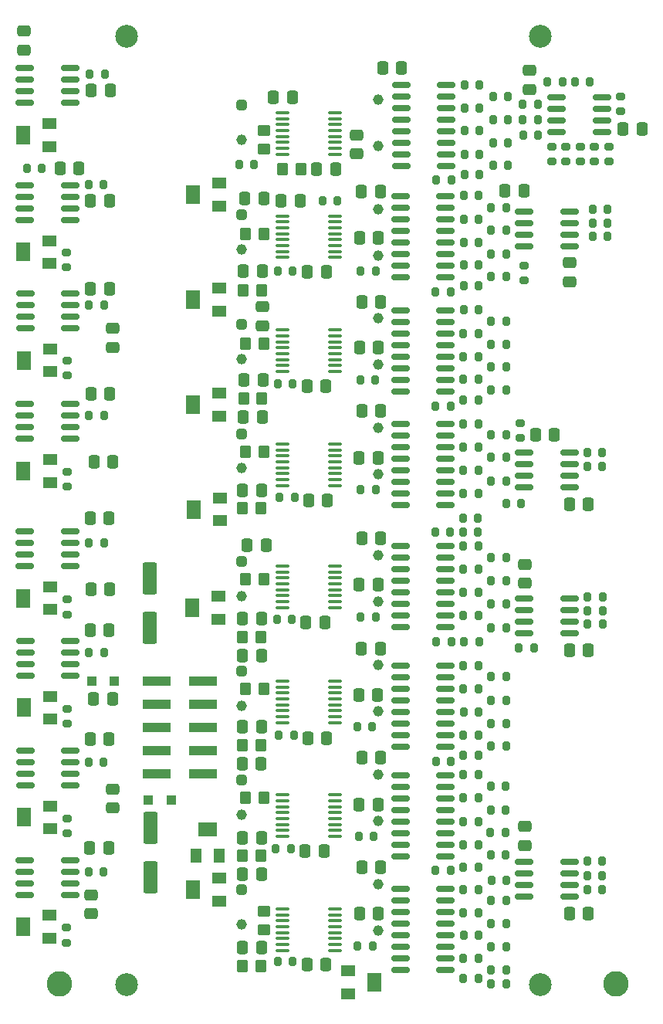
<source format=gbr>
%TF.GenerationSoftware,KiCad,Pcbnew,(6.0.1)*%
%TF.CreationDate,2023-03-14T21:46:11-07:00*%
%TF.ProjectId,pipes_sub,70697065-735f-4737-9562-2e6b69636164,rev?*%
%TF.SameCoordinates,Original*%
%TF.FileFunction,Soldermask,Bot*%
%TF.FilePolarity,Negative*%
%FSLAX46Y46*%
G04 Gerber Fmt 4.6, Leading zero omitted, Abs format (unit mm)*
G04 Created by KiCad (PCBNEW (6.0.1)) date 2023-03-14 21:46:11*
%MOMM*%
%LPD*%
G01*
G04 APERTURE LIST*
G04 Aperture macros list*
%AMRoundRect*
0 Rectangle with rounded corners*
0 $1 Rounding radius*
0 $2 $3 $4 $5 $6 $7 $8 $9 X,Y pos of 4 corners*
0 Add a 4 corners polygon primitive as box body*
4,1,4,$2,$3,$4,$5,$6,$7,$8,$9,$2,$3,0*
0 Add four circle primitives for the rounded corners*
1,1,$1+$1,$2,$3*
1,1,$1+$1,$4,$5*
1,1,$1+$1,$6,$7*
1,1,$1+$1,$8,$9*
0 Add four rect primitives between the rounded corners*
20,1,$1+$1,$2,$3,$4,$5,0*
20,1,$1+$1,$4,$5,$6,$7,0*
20,1,$1+$1,$6,$7,$8,$9,0*
20,1,$1+$1,$8,$9,$2,$3,0*%
G04 Aperture macros list end*
%ADD10RoundRect,0.287500X-0.287500X-0.287500X0.287500X-0.287500X0.287500X0.287500X-0.287500X0.287500X0*%
%ADD11C,1.150000*%
%ADD12C,2.500000*%
%ADD13RoundRect,0.200000X0.200000X0.275000X-0.200000X0.275000X-0.200000X-0.275000X0.200000X-0.275000X0*%
%ADD14RoundRect,0.200000X-0.275000X0.200000X-0.275000X-0.200000X0.275000X-0.200000X0.275000X0.200000X0*%
%ADD15RoundRect,0.150000X0.825000X0.150000X-0.825000X0.150000X-0.825000X-0.150000X0.825000X-0.150000X0*%
%ADD16RoundRect,0.250000X0.350000X0.450000X-0.350000X0.450000X-0.350000X-0.450000X0.350000X-0.450000X0*%
%ADD17RoundRect,0.200000X-0.200000X-0.275000X0.200000X-0.275000X0.200000X0.275000X-0.200000X0.275000X0*%
%ADD18RoundRect,0.250000X0.475000X-0.337500X0.475000X0.337500X-0.475000X0.337500X-0.475000X-0.337500X0*%
%ADD19RoundRect,0.250000X-0.337500X-0.475000X0.337500X-0.475000X0.337500X0.475000X-0.337500X0.475000X0*%
%ADD20RoundRect,0.250000X0.337500X0.475000X-0.337500X0.475000X-0.337500X-0.475000X0.337500X-0.475000X0*%
%ADD21R,1.600000X1.300000*%
%ADD22R,1.600000X2.000000*%
%ADD23RoundRect,0.250000X-0.475000X0.337500X-0.475000X-0.337500X0.475000X-0.337500X0.475000X0.337500X0*%
%ADD24RoundRect,0.100000X0.637500X0.100000X-0.637500X0.100000X-0.637500X-0.100000X0.637500X-0.100000X0*%
%ADD25R,3.150000X1.000000*%
%ADD26R,1.300000X1.600000*%
%ADD27R,2.000000X1.600000*%
%ADD28C,2.800000*%
%ADD29R,1.000000X1.000000*%
%ADD30RoundRect,0.250000X-0.550000X1.500000X-0.550000X-1.500000X0.550000X-1.500000X0.550000X1.500000X0*%
%ADD31RoundRect,0.250000X-0.450000X0.350000X-0.450000X-0.350000X0.450000X-0.350000X0.450000X0.350000X0*%
%ADD32RoundRect,0.200000X0.275000X-0.200000X0.275000X0.200000X-0.275000X0.200000X-0.275000X-0.200000X0*%
%ADD33RoundRect,0.250000X-0.350000X-0.450000X0.350000X-0.450000X0.350000X0.450000X-0.350000X0.450000X0*%
G04 APERTURE END LIST*
D10*
%TO.C,U26*%
X65170000Y-124600000D03*
D11*
X65170000Y-128400000D03*
X80170000Y-123960000D03*
X80170000Y-129040000D03*
%TD*%
D12*
%TO.C,H2*%
X98000000Y-43000000D03*
%TD*%
D10*
%TO.C,U27*%
X65170000Y-86600000D03*
D11*
X65170000Y-90400000D03*
X80170000Y-85960000D03*
X80170000Y-91040000D03*
%TD*%
D10*
%TO.C,U21*%
X65170000Y-74600000D03*
D11*
X65170000Y-78400000D03*
X80170000Y-73960000D03*
X80170000Y-79040000D03*
%TD*%
D10*
%TO.C,U22*%
X65170000Y-50600000D03*
D11*
X65170000Y-54400000D03*
X80170000Y-49960000D03*
X80170000Y-55040000D03*
%TD*%
D10*
%TO.C,U20*%
X65170000Y-112600000D03*
D11*
X65170000Y-116400000D03*
X80170000Y-111960000D03*
X80170000Y-117040000D03*
%TD*%
D10*
%TO.C,U28*%
X65170000Y-62600000D03*
D11*
X65170000Y-66400000D03*
X80170000Y-61960000D03*
X80170000Y-67040000D03*
%TD*%
D12*
%TO.C,H1*%
X52600000Y-43000000D03*
%TD*%
D10*
%TO.C,U33*%
X65170000Y-100600000D03*
D11*
X65170000Y-104400000D03*
X80170000Y-99960000D03*
X80170000Y-105040000D03*
%TD*%
D12*
%TO.C,H3*%
X98000000Y-147000000D03*
%TD*%
D10*
%TO.C,U32*%
X65170000Y-136600000D03*
D11*
X65170000Y-140400000D03*
X80170000Y-135960000D03*
X80170000Y-141040000D03*
%TD*%
D12*
%TO.C,H4*%
X52600000Y-147000000D03*
%TD*%
D13*
%TO.C,R138*%
X97275000Y-110100000D03*
X95625000Y-110100000D03*
%TD*%
D14*
%TO.C,R66*%
X46000000Y-140775000D03*
X46000000Y-142425000D03*
%TD*%
D15*
%TO.C,U3*%
X87675000Y-48355000D03*
X87675000Y-49625000D03*
X87675000Y-50895000D03*
X87675000Y-52165000D03*
X87675000Y-53435000D03*
X87675000Y-54705000D03*
X87675000Y-55975000D03*
X87675000Y-57245000D03*
X82725000Y-57245000D03*
X82725000Y-55975000D03*
X82725000Y-54705000D03*
X82725000Y-53435000D03*
X82725000Y-52165000D03*
X82725000Y-50895000D03*
X82725000Y-49625000D03*
X82725000Y-48355000D03*
%TD*%
D16*
%TO.C,R36*%
X67650000Y-126550000D03*
X65650000Y-126550000D03*
%TD*%
D13*
%TO.C,R39*%
X70725000Y-107000000D03*
X69075000Y-107000000D03*
%TD*%
D17*
%TO.C,R82*%
X89575000Y-65600000D03*
X91225000Y-65600000D03*
%TD*%
%TO.C,R27*%
X89525000Y-78150000D03*
X91175000Y-78150000D03*
%TD*%
D18*
%TO.C,C8*%
X96800000Y-48837500D03*
X96800000Y-46762500D03*
%TD*%
D19*
%TO.C,C28*%
X72262500Y-107300000D03*
X74337500Y-107300000D03*
%TD*%
D20*
%TO.C,C9*%
X109137500Y-53230000D03*
X107062500Y-53230000D03*
%TD*%
D17*
%TO.C,R63*%
X48425000Y-134650000D03*
X50075000Y-134650000D03*
%TD*%
D14*
%TO.C,R14*%
X100790000Y-55115000D03*
X100790000Y-56765000D03*
%TD*%
D20*
%TO.C,C40*%
X67387500Y-110900000D03*
X65312500Y-110900000D03*
%TD*%
D17*
%TO.C,R105*%
X92525000Y-132800000D03*
X94175000Y-132800000D03*
%TD*%
%TO.C,R79*%
X89575000Y-63100000D03*
X91225000Y-63100000D03*
%TD*%
D13*
%TO.C,R30*%
X70835000Y-68770000D03*
X69185000Y-68770000D03*
%TD*%
D17*
%TO.C,R47*%
X48445000Y-72520000D03*
X50095000Y-72520000D03*
%TD*%
%TO.C,R137*%
X92625000Y-135550000D03*
X94275000Y-135550000D03*
%TD*%
D14*
%TO.C,R98*%
X95750000Y-85425000D03*
X95750000Y-87075000D03*
%TD*%
D13*
%TO.C,R78*%
X104775000Y-88650000D03*
X103125000Y-88650000D03*
%TD*%
D17*
%TO.C,R73*%
X89525000Y-80650000D03*
X91175000Y-80650000D03*
%TD*%
D21*
%TO.C,RV17*%
X62700000Y-104450000D03*
D22*
X59800000Y-105700000D03*
D21*
X62700000Y-106950000D03*
%TD*%
D13*
%TO.C,R76*%
X104775000Y-90200000D03*
X103125000Y-90200000D03*
%TD*%
D21*
%TO.C,RV13*%
X62850000Y-93650000D03*
D22*
X59950000Y-94900000D03*
D21*
X62850000Y-96150000D03*
%TD*%
D16*
%TO.C,R32*%
X67650000Y-88550000D03*
X65650000Y-88550000D03*
%TD*%
D17*
%TO.C,R143*%
X89675000Y-58150000D03*
X91325000Y-58150000D03*
%TD*%
D20*
%TO.C,C57*%
X50697500Y-61060000D03*
X48622500Y-61060000D03*
%TD*%
D21*
%TO.C,RV7*%
X44150000Y-65430000D03*
D22*
X41250000Y-66680000D03*
D21*
X44150000Y-67930000D03*
%TD*%
D15*
%TO.C,U38*%
X101175000Y-104695000D03*
X101175000Y-105965000D03*
X101175000Y-107235000D03*
X101175000Y-108505000D03*
X96225000Y-108505000D03*
X96225000Y-107235000D03*
X96225000Y-105965000D03*
X96225000Y-104695000D03*
%TD*%
D19*
%TO.C,C64*%
X48612500Y-108120000D03*
X50687500Y-108120000D03*
%TD*%
D13*
%TO.C,R38*%
X70825000Y-144500000D03*
X69175000Y-144500000D03*
%TD*%
D14*
%TO.C,R13*%
X99210000Y-55115000D03*
X99210000Y-56765000D03*
%TD*%
D19*
%TO.C,C52*%
X78150000Y-139250000D03*
X80225000Y-139250000D03*
%TD*%
D20*
%TO.C,C36*%
X80467500Y-84140000D03*
X78392500Y-84140000D03*
%TD*%
D14*
%TO.C,R50*%
X46100000Y-116775000D03*
X46100000Y-118425000D03*
%TD*%
D18*
%TO.C,C12*%
X101200000Y-69937500D03*
X101200000Y-67862500D03*
%TD*%
D19*
%TO.C,C27*%
X72362500Y-144800000D03*
X74437500Y-144800000D03*
%TD*%
D20*
%TO.C,C10*%
X103237500Y-94350000D03*
X101162500Y-94350000D03*
%TD*%
D18*
%TO.C,C54*%
X41300000Y-44537500D03*
X41300000Y-42462500D03*
%TD*%
D23*
%TO.C,C1*%
X77800000Y-53862500D03*
X77800000Y-55937500D03*
%TD*%
D24*
%TO.C,U10*%
X75422500Y-87725000D03*
X75422500Y-88375000D03*
X75422500Y-89025000D03*
X75422500Y-89675000D03*
X75422500Y-90325000D03*
X75422500Y-90975000D03*
X75422500Y-91625000D03*
X75422500Y-92275000D03*
X69697500Y-92275000D03*
X69697500Y-91625000D03*
X69697500Y-90975000D03*
X69697500Y-90325000D03*
X69697500Y-89675000D03*
X69697500Y-89025000D03*
X69697500Y-88375000D03*
X69697500Y-87725000D03*
%TD*%
D15*
%TO.C,U9*%
X101175000Y-88655000D03*
X101175000Y-89925000D03*
X101175000Y-91195000D03*
X101175000Y-92465000D03*
X96225000Y-92465000D03*
X96225000Y-91195000D03*
X96225000Y-89925000D03*
X96225000Y-88655000D03*
%TD*%
D17*
%TO.C,R7*%
X92775000Y-52165000D03*
X94425000Y-52165000D03*
%TD*%
%TO.C,R108*%
X89525000Y-106550000D03*
X91175000Y-106550000D03*
%TD*%
%TO.C,R65*%
X48455000Y-98580000D03*
X50105000Y-98580000D03*
%TD*%
%TO.C,R114*%
X89525000Y-124000000D03*
X91175000Y-124000000D03*
%TD*%
D20*
%TO.C,C41*%
X67337500Y-122750000D03*
X65262500Y-122750000D03*
%TD*%
D15*
%TO.C,U19*%
X87585000Y-98955000D03*
X87585000Y-100225000D03*
X87585000Y-101495000D03*
X87585000Y-102765000D03*
X87585000Y-104035000D03*
X87585000Y-105305000D03*
X87585000Y-106575000D03*
X87585000Y-107845000D03*
X82635000Y-107845000D03*
X82635000Y-106575000D03*
X82635000Y-105305000D03*
X82635000Y-104035000D03*
X82635000Y-102765000D03*
X82635000Y-101495000D03*
X82635000Y-100225000D03*
X82635000Y-98955000D03*
%TD*%
D25*
%TO.C,J2*%
X60975000Y-113770000D03*
X55925000Y-113770000D03*
X60975000Y-116310000D03*
X55925000Y-116310000D03*
X60975000Y-118850000D03*
X55925000Y-118850000D03*
X60975000Y-121390000D03*
X55925000Y-121390000D03*
X60975000Y-123930000D03*
X55925000Y-123930000D03*
%TD*%
D26*
%TO.C,RV10*%
X62750000Y-132850000D03*
D27*
X61500000Y-129950000D03*
D26*
X60250000Y-132850000D03*
%TD*%
D17*
%TO.C,R135*%
X92575000Y-118350000D03*
X94225000Y-118350000D03*
%TD*%
D13*
%TO.C,R29*%
X71025000Y-93600000D03*
X69375000Y-93600000D03*
%TD*%
D24*
%TO.C,U17*%
X75422500Y-101125000D03*
X75422500Y-101775000D03*
X75422500Y-102425000D03*
X75422500Y-103075000D03*
X75422500Y-103725000D03*
X75422500Y-104375000D03*
X75422500Y-105025000D03*
X75422500Y-105675000D03*
X69697500Y-105675000D03*
X69697500Y-105025000D03*
X69697500Y-104375000D03*
X69697500Y-103725000D03*
X69697500Y-103075000D03*
X69697500Y-102425000D03*
X69697500Y-101775000D03*
X69697500Y-101125000D03*
%TD*%
D20*
%TO.C,C23*%
X67387500Y-92800000D03*
X65312500Y-92800000D03*
%TD*%
D17*
%TO.C,R70*%
X92775000Y-54700000D03*
X94425000Y-54700000D03*
%TD*%
D13*
%TO.C,R20*%
X70925000Y-119700000D03*
X69275000Y-119700000D03*
%TD*%
D28*
%TO.C,TP1*%
X106250000Y-146950000D03*
%TD*%
D16*
%TO.C,R43*%
X67300000Y-108900000D03*
X65300000Y-108900000D03*
%TD*%
D20*
%TO.C,C42*%
X80447500Y-110140000D03*
X78372500Y-110140000D03*
%TD*%
D19*
%TO.C,C56*%
X45292500Y-57530000D03*
X47367500Y-57530000D03*
%TD*%
D13*
%TO.C,R71*%
X105375000Y-63500000D03*
X103725000Y-63500000D03*
%TD*%
D21*
%TO.C,RV9*%
X44170000Y-103390000D03*
D22*
X41270000Y-104640000D03*
D21*
X44170000Y-105890000D03*
%TD*%
D24*
%TO.C,U12*%
X75422500Y-126205000D03*
X75422500Y-126855000D03*
X75422500Y-127505000D03*
X75422500Y-128155000D03*
X75422500Y-128805000D03*
X75422500Y-129455000D03*
X75422500Y-130105000D03*
X75422500Y-130755000D03*
X69697500Y-130755000D03*
X69697500Y-130105000D03*
X69697500Y-129455000D03*
X69697500Y-128805000D03*
X69697500Y-128155000D03*
X69697500Y-127505000D03*
X69697500Y-126855000D03*
X69697500Y-126205000D03*
%TD*%
D20*
%TO.C,C61*%
X51070000Y-89700000D03*
X48995000Y-89700000D03*
%TD*%
D17*
%TO.C,R87*%
X92575000Y-61800000D03*
X94225000Y-61800000D03*
%TD*%
D20*
%TO.C,C26*%
X103237500Y-139200000D03*
X101162500Y-139200000D03*
%TD*%
D17*
%TO.C,R86*%
X89525000Y-90600000D03*
X91175000Y-90600000D03*
%TD*%
D19*
%TO.C,C15*%
X72362500Y-81400000D03*
X74437500Y-81400000D03*
%TD*%
D17*
%TO.C,R46*%
X78225000Y-80750000D03*
X79875000Y-80750000D03*
%TD*%
%TO.C,R141*%
X86575000Y-58800000D03*
X88225000Y-58800000D03*
%TD*%
D16*
%TO.C,R41*%
X67300000Y-144950000D03*
X65300000Y-144950000D03*
%TD*%
D17*
%TO.C,R75*%
X92575000Y-79300000D03*
X94225000Y-79300000D03*
%TD*%
%TO.C,R153*%
X89525000Y-146300000D03*
X91175000Y-146300000D03*
%TD*%
D19*
%TO.C,C20*%
X72562500Y-93900000D03*
X74637500Y-93900000D03*
%TD*%
D17*
%TO.C,R74*%
X89550000Y-73000000D03*
X91200000Y-73000000D03*
%TD*%
%TO.C,R19*%
X92575000Y-76850000D03*
X94225000Y-76850000D03*
%TD*%
D29*
%TO.C,D1*%
X51250000Y-113700000D03*
X48750000Y-113700000D03*
%TD*%
D24*
%TO.C,U4*%
X75422500Y-113725000D03*
X75422500Y-114375000D03*
X75422500Y-115025000D03*
X75422500Y-115675000D03*
X75422500Y-116325000D03*
X75422500Y-116975000D03*
X75422500Y-117625000D03*
X75422500Y-118275000D03*
X69697500Y-118275000D03*
X69697500Y-117625000D03*
X69697500Y-116975000D03*
X69697500Y-116325000D03*
X69697500Y-115675000D03*
X69697500Y-115025000D03*
X69697500Y-114375000D03*
X69697500Y-113725000D03*
%TD*%
D18*
%TO.C,C59*%
X51100000Y-77137500D03*
X51100000Y-75062500D03*
%TD*%
D17*
%TO.C,R155*%
X92575000Y-146950000D03*
X94225000Y-146950000D03*
%TD*%
D13*
%TO.C,R21*%
X70825000Y-81100000D03*
X69175000Y-81100000D03*
%TD*%
D17*
%TO.C,R102*%
X89525000Y-104000000D03*
X91175000Y-104000000D03*
%TD*%
D18*
%TO.C,C31*%
X67500000Y-74775000D03*
X67500000Y-72700000D03*
%TD*%
D20*
%TO.C,C55*%
X50807500Y-48980000D03*
X48732500Y-48980000D03*
%TD*%
D19*
%TO.C,C48*%
X69562500Y-61100000D03*
X71637500Y-61100000D03*
%TD*%
D17*
%TO.C,R53*%
X78075000Y-130750000D03*
X79725000Y-130750000D03*
%TD*%
%TO.C,R115*%
X92500000Y-130350000D03*
X94150000Y-130350000D03*
%TD*%
D14*
%TO.C,R1*%
X106750000Y-49625000D03*
X106750000Y-51275000D03*
%TD*%
D17*
%TO.C,R122*%
X89550000Y-141600000D03*
X91200000Y-141600000D03*
%TD*%
%TO.C,R127*%
X92575000Y-137750000D03*
X94225000Y-137750000D03*
%TD*%
%TO.C,R145*%
X86475000Y-71050000D03*
X88125000Y-71050000D03*
%TD*%
D14*
%TO.C,R59*%
X46050000Y-128775000D03*
X46050000Y-130425000D03*
%TD*%
D21*
%TO.C,RV11*%
X62750000Y-82150000D03*
D22*
X59850000Y-83400000D03*
D21*
X62750000Y-84650000D03*
%TD*%
D15*
%TO.C,U31*%
X46375000Y-59355000D03*
X46375000Y-60625000D03*
X46375000Y-61895000D03*
X46375000Y-63165000D03*
X41425000Y-63165000D03*
X41425000Y-61895000D03*
X41425000Y-60625000D03*
X41425000Y-59355000D03*
%TD*%
D30*
%TO.C,C29*%
X55150000Y-102500000D03*
X55150000Y-107900000D03*
%TD*%
D17*
%TO.C,R45*%
X48475000Y-110600000D03*
X50125000Y-110600000D03*
%TD*%
D18*
%TO.C,C19*%
X96250000Y-131737500D03*
X96250000Y-129662500D03*
%TD*%
D17*
%TO.C,R85*%
X89500000Y-95850000D03*
X91150000Y-95850000D03*
%TD*%
D13*
%TO.C,R139*%
X100425000Y-48000000D03*
X98775000Y-48000000D03*
%TD*%
D17*
%TO.C,R100*%
X92575000Y-102750000D03*
X94225000Y-102750000D03*
%TD*%
D21*
%TO.C,RV8*%
X44160000Y-139420000D03*
D22*
X41260000Y-140670000D03*
D21*
X44160000Y-141920000D03*
%TD*%
D13*
%TO.C,R12*%
X97725000Y-53860000D03*
X96075000Y-53860000D03*
%TD*%
D21*
%TO.C,RV14*%
X62750000Y-70650000D03*
D22*
X59850000Y-71900000D03*
D21*
X62750000Y-73150000D03*
%TD*%
D17*
%TO.C,R101*%
X92575000Y-107850000D03*
X94225000Y-107850000D03*
%TD*%
%TO.C,R129*%
X89525000Y-136550000D03*
X91175000Y-136550000D03*
%TD*%
D16*
%TO.C,R26*%
X67450000Y-82750000D03*
X65450000Y-82750000D03*
%TD*%
D19*
%TO.C,C14*%
X72462500Y-120000000D03*
X74537500Y-120000000D03*
%TD*%
D21*
%TO.C,RV1*%
X62750000Y-59150000D03*
D22*
X59850000Y-60400000D03*
D21*
X62750000Y-61650000D03*
%TD*%
D28*
%TO.C,TP2*%
X45230000Y-146950000D03*
%TD*%
D15*
%TO.C,U13*%
X87585000Y-85555000D03*
X87585000Y-86825000D03*
X87585000Y-88095000D03*
X87585000Y-89365000D03*
X87585000Y-90635000D03*
X87585000Y-91905000D03*
X87585000Y-93175000D03*
X87585000Y-94445000D03*
X82635000Y-94445000D03*
X82635000Y-93175000D03*
X82635000Y-91905000D03*
X82635000Y-90635000D03*
X82635000Y-89365000D03*
X82635000Y-88095000D03*
X82635000Y-86825000D03*
X82635000Y-85555000D03*
%TD*%
D17*
%TO.C,R49*%
X48535000Y-47210000D03*
X50185000Y-47210000D03*
%TD*%
D15*
%TO.C,U30*%
X46405000Y-83335000D03*
X46405000Y-84605000D03*
X46405000Y-85875000D03*
X46405000Y-87145000D03*
X41455000Y-87145000D03*
X41455000Y-85875000D03*
X41455000Y-84605000D03*
X41455000Y-83335000D03*
%TD*%
D13*
%TO.C,R3*%
X66575000Y-57100000D03*
X64925000Y-57100000D03*
%TD*%
D17*
%TO.C,R142*%
X86475000Y-83550000D03*
X88125000Y-83550000D03*
%TD*%
%TO.C,R125*%
X92575000Y-120850000D03*
X94225000Y-120850000D03*
%TD*%
D21*
%TO.C,RV6*%
X44180000Y-89460000D03*
D22*
X41280000Y-90710000D03*
D21*
X44180000Y-91960000D03*
%TD*%
D20*
%TO.C,C44*%
X67387500Y-134900000D03*
X65312500Y-134900000D03*
%TD*%
D19*
%TO.C,C62*%
X48592500Y-95870000D03*
X50667500Y-95870000D03*
%TD*%
D17*
%TO.C,R62*%
X77925000Y-142750000D03*
X79575000Y-142750000D03*
%TD*%
D31*
%TO.C,R40*%
X67650000Y-139000000D03*
X67650000Y-141000000D03*
%TD*%
D16*
%TO.C,R34*%
X67650000Y-64700000D03*
X65650000Y-64700000D03*
%TD*%
D17*
%TO.C,R44*%
X77875000Y-118700000D03*
X79525000Y-118700000D03*
%TD*%
%TO.C,R8*%
X92775000Y-57200000D03*
X94425000Y-57200000D03*
%TD*%
D13*
%TO.C,R140*%
X103425000Y-48000000D03*
X101775000Y-48000000D03*
%TD*%
D15*
%TO.C,U18*%
X87585000Y-136535000D03*
X87585000Y-137805000D03*
X87585000Y-139075000D03*
X87585000Y-140345000D03*
X87585000Y-141615000D03*
X87585000Y-142885000D03*
X87585000Y-144155000D03*
X87585000Y-145425000D03*
X82635000Y-145425000D03*
X82635000Y-144155000D03*
X82635000Y-142885000D03*
X82635000Y-141615000D03*
X82635000Y-140345000D03*
X82635000Y-139075000D03*
X82635000Y-137805000D03*
X82635000Y-136535000D03*
%TD*%
D17*
%TO.C,R128*%
X89525000Y-144150000D03*
X91175000Y-144150000D03*
%TD*%
D19*
%TO.C,C58*%
X48642500Y-70680000D03*
X50717500Y-70680000D03*
%TD*%
D20*
%TO.C,C7*%
X82737500Y-46500000D03*
X80662500Y-46500000D03*
%TD*%
%TO.C,C65*%
X51057500Y-115710000D03*
X48982500Y-115710000D03*
%TD*%
D19*
%TO.C,C60*%
X48662500Y-82240000D03*
X50737500Y-82240000D03*
%TD*%
D17*
%TO.C,R120*%
X92575000Y-140300000D03*
X94225000Y-140300000D03*
%TD*%
%TO.C,R90*%
X92575000Y-66900000D03*
X94225000Y-66900000D03*
%TD*%
D15*
%TO.C,U39*%
X101175000Y-133520000D03*
X101175000Y-134790000D03*
X101175000Y-136060000D03*
X101175000Y-137330000D03*
X96225000Y-137330000D03*
X96225000Y-136060000D03*
X96225000Y-134790000D03*
X96225000Y-133520000D03*
%TD*%
D17*
%TO.C,R126*%
X89550000Y-117100000D03*
X91200000Y-117100000D03*
%TD*%
D19*
%TO.C,C11*%
X97462500Y-86750000D03*
X99537500Y-86750000D03*
%TD*%
D17*
%TO.C,R107*%
X92575000Y-100150000D03*
X94225000Y-100150000D03*
%TD*%
D20*
%TO.C,C6*%
X70787500Y-49750000D03*
X68712500Y-49750000D03*
%TD*%
D13*
%TO.C,R77*%
X105375000Y-62000000D03*
X103725000Y-62000000D03*
%TD*%
D17*
%TO.C,R18*%
X89525000Y-75600000D03*
X91175000Y-75600000D03*
%TD*%
D21*
%TO.C,RV4*%
X44140000Y-52610000D03*
D22*
X41240000Y-53860000D03*
D21*
X44140000Y-55110000D03*
%TD*%
D17*
%TO.C,R112*%
X92525000Y-125250000D03*
X94175000Y-125250000D03*
%TD*%
D20*
%TO.C,C25*%
X67387500Y-130900000D03*
X65312500Y-130900000D03*
%TD*%
%TO.C,C63*%
X50737500Y-103650000D03*
X48662500Y-103650000D03*
%TD*%
D17*
%TO.C,R55*%
X78275000Y-92700000D03*
X79925000Y-92700000D03*
%TD*%
D15*
%TO.C,U14*%
X87585000Y-124035000D03*
X87585000Y-125305000D03*
X87585000Y-126575000D03*
X87585000Y-127845000D03*
X87585000Y-129115000D03*
X87585000Y-130385000D03*
X87585000Y-131655000D03*
X87585000Y-132925000D03*
X82635000Y-132925000D03*
X82635000Y-131655000D03*
X82635000Y-130385000D03*
X82635000Y-129115000D03*
X82635000Y-127845000D03*
X82635000Y-126575000D03*
X82635000Y-125305000D03*
X82635000Y-124035000D03*
%TD*%
D21*
%TO.C,RV5*%
X44210000Y-127420000D03*
D22*
X41310000Y-128670000D03*
D21*
X44210000Y-129920000D03*
%TD*%
D13*
%TO.C,R136*%
X104825000Y-107500000D03*
X103175000Y-107500000D03*
%TD*%
D19*
%TO.C,C50*%
X78112500Y-89250000D03*
X80187500Y-89250000D03*
%TD*%
%TO.C,C18*%
X65462500Y-80750000D03*
X67537500Y-80750000D03*
%TD*%
D18*
%TO.C,C13*%
X96250000Y-102987500D03*
X96250000Y-100912500D03*
%TD*%
D19*
%TO.C,C49*%
X78112500Y-127250000D03*
X80187500Y-127250000D03*
%TD*%
D17*
%TO.C,R48*%
X74075000Y-61100000D03*
X75725000Y-61100000D03*
%TD*%
D20*
%TO.C,C38*%
X67387500Y-106900000D03*
X65312500Y-106900000D03*
%TD*%
D24*
%TO.C,U1*%
X75422500Y-51425000D03*
X75422500Y-52075000D03*
X75422500Y-52725000D03*
X75422500Y-53375000D03*
X75422500Y-54025000D03*
X75422500Y-54675000D03*
X75422500Y-55325000D03*
X75422500Y-55975000D03*
X69697500Y-55975000D03*
X69697500Y-55325000D03*
X69697500Y-54675000D03*
X69697500Y-54025000D03*
X69697500Y-53375000D03*
X69697500Y-52725000D03*
X69697500Y-52075000D03*
X69697500Y-51425000D03*
%TD*%
D20*
%TO.C,C33*%
X67487500Y-84750000D03*
X65412500Y-84750000D03*
%TD*%
D19*
%TO.C,C66*%
X48592500Y-120050000D03*
X50667500Y-120050000D03*
%TD*%
D17*
%TO.C,R54*%
X48425000Y-122650000D03*
X50075000Y-122650000D03*
%TD*%
D24*
%TO.C,U5*%
X75422500Y-75225000D03*
X75422500Y-75875000D03*
X75422500Y-76525000D03*
X75422500Y-77175000D03*
X75422500Y-77825000D03*
X75422500Y-78475000D03*
X75422500Y-79125000D03*
X75422500Y-79775000D03*
X69697500Y-79775000D03*
X69697500Y-79125000D03*
X69697500Y-78475000D03*
X69697500Y-77825000D03*
X69697500Y-77175000D03*
X69697500Y-76525000D03*
X69697500Y-75875000D03*
X69697500Y-75225000D03*
%TD*%
D20*
%TO.C,C45*%
X80457500Y-134130000D03*
X78382500Y-134130000D03*
%TD*%
D19*
%TO.C,C21*%
X72442500Y-68860000D03*
X74517500Y-68860000D03*
%TD*%
D17*
%TO.C,R57*%
X78275000Y-68800000D03*
X79925000Y-68800000D03*
%TD*%
D19*
%TO.C,C51*%
X78122500Y-65140000D03*
X80197500Y-65140000D03*
%TD*%
D20*
%TO.C,C34*%
X80467500Y-72160000D03*
X78392500Y-72160000D03*
%TD*%
D19*
%TO.C,C22*%
X72162500Y-132400000D03*
X74237500Y-132400000D03*
%TD*%
D21*
%TO.C,RV15*%
X62787500Y-135350000D03*
D22*
X59887500Y-136600000D03*
D21*
X62787500Y-137850000D03*
%TD*%
D16*
%TO.C,R35*%
X67410000Y-70850000D03*
X65410000Y-70850000D03*
%TD*%
D19*
%TO.C,C24*%
X65392500Y-68790000D03*
X67467500Y-68790000D03*
%TD*%
D16*
%TO.C,R42*%
X67650000Y-102550000D03*
X65650000Y-102550000D03*
%TD*%
D32*
%TO.C,R97*%
X96200000Y-69825000D03*
X96200000Y-68175000D03*
%TD*%
D17*
%TO.C,R68*%
X89675000Y-56000000D03*
X91325000Y-56000000D03*
%TD*%
%TO.C,R154*%
X86525000Y-122500000D03*
X88175000Y-122500000D03*
%TD*%
%TO.C,R84*%
X92575000Y-89200000D03*
X94225000Y-89200000D03*
%TD*%
%TO.C,R69*%
X89675000Y-48370000D03*
X91325000Y-48370000D03*
%TD*%
D13*
%TO.C,R11*%
X97715000Y-52210000D03*
X96065000Y-52210000D03*
%TD*%
D17*
%TO.C,R72*%
X92575000Y-74300000D03*
X94225000Y-74300000D03*
%TD*%
D15*
%TO.C,U6*%
X101175000Y-62295000D03*
X101175000Y-63565000D03*
X101175000Y-64835000D03*
X101175000Y-66105000D03*
X96225000Y-66105000D03*
X96225000Y-64835000D03*
X96225000Y-63565000D03*
X96225000Y-62295000D03*
%TD*%
D16*
%TO.C,R33*%
X67300000Y-94800000D03*
X65300000Y-94800000D03*
%TD*%
D31*
%TO.C,R4*%
X67700000Y-53400000D03*
X67700000Y-55400000D03*
%TD*%
D20*
%TO.C,C30*%
X67657500Y-60810000D03*
X65582500Y-60810000D03*
%TD*%
D14*
%TO.C,R51*%
X46060000Y-78575000D03*
X46060000Y-80225000D03*
%TD*%
D30*
%TO.C,C4*%
X55250000Y-129800000D03*
X55250000Y-135200000D03*
%TD*%
D13*
%TO.C,R118*%
X104775000Y-133500000D03*
X103125000Y-133500000D03*
%TD*%
D17*
%TO.C,R134*%
X89525000Y-112050000D03*
X91175000Y-112050000D03*
%TD*%
%TO.C,R81*%
X92575000Y-69400000D03*
X94225000Y-69400000D03*
%TD*%
D15*
%TO.C,U25*%
X46375000Y-46545000D03*
X46375000Y-47815000D03*
X46375000Y-49085000D03*
X46375000Y-50355000D03*
X41425000Y-50355000D03*
X41425000Y-49085000D03*
X41425000Y-47815000D03*
X41425000Y-46545000D03*
%TD*%
D17*
%TO.C,R121*%
X92575000Y-145400000D03*
X94225000Y-145400000D03*
%TD*%
%TO.C,R92*%
X92575000Y-86750000D03*
X94225000Y-86750000D03*
%TD*%
%TO.C,R123*%
X89525000Y-114600000D03*
X91175000Y-114600000D03*
%TD*%
%TO.C,R146*%
X86425000Y-97400000D03*
X88075000Y-97400000D03*
%TD*%
%TO.C,R93*%
X89525000Y-93150000D03*
X91175000Y-93150000D03*
%TD*%
%TO.C,R103*%
X89525000Y-126550000D03*
X91175000Y-126550000D03*
%TD*%
%TO.C,R9*%
X89675000Y-53400000D03*
X91325000Y-53400000D03*
%TD*%
D15*
%TO.C,U29*%
X46425000Y-121355000D03*
X46425000Y-122625000D03*
X46425000Y-123895000D03*
X46425000Y-125165000D03*
X41475000Y-125165000D03*
X41475000Y-123895000D03*
X41475000Y-122625000D03*
X41475000Y-121355000D03*
%TD*%
D24*
%TO.C,U11*%
X75422500Y-62725000D03*
X75422500Y-63375000D03*
X75422500Y-64025000D03*
X75422500Y-64675000D03*
X75422500Y-65325000D03*
X75422500Y-65975000D03*
X75422500Y-66625000D03*
X75422500Y-67275000D03*
X69697500Y-67275000D03*
X69697500Y-66625000D03*
X69697500Y-65975000D03*
X69697500Y-65325000D03*
X69697500Y-64675000D03*
X69697500Y-64025000D03*
X69697500Y-63375000D03*
X69697500Y-62725000D03*
%TD*%
D14*
%TO.C,R67*%
X46050000Y-104775000D03*
X46050000Y-106425000D03*
%TD*%
D16*
%TO.C,R23*%
X67650000Y-114550000D03*
X65650000Y-114550000D03*
%TD*%
D17*
%TO.C,R106*%
X89525000Y-129100000D03*
X91175000Y-129100000D03*
%TD*%
D19*
%TO.C,C2*%
X73462500Y-57600000D03*
X75537500Y-57600000D03*
%TD*%
D20*
%TO.C,C17*%
X67387500Y-118750000D03*
X65312500Y-118750000D03*
%TD*%
D24*
%TO.C,U16*%
X75422500Y-138705000D03*
X75422500Y-139355000D03*
X75422500Y-140005000D03*
X75422500Y-140655000D03*
X75422500Y-141305000D03*
X75422500Y-141955000D03*
X75422500Y-142605000D03*
X75422500Y-143255000D03*
X69697500Y-143255000D03*
X69697500Y-142605000D03*
X69697500Y-141955000D03*
X69697500Y-141305000D03*
X69697500Y-140655000D03*
X69697500Y-140005000D03*
X69697500Y-139355000D03*
X69697500Y-138705000D03*
%TD*%
D17*
%TO.C,R151*%
X89600000Y-109450000D03*
X91250000Y-109450000D03*
%TD*%
D21*
%TO.C,RV2*%
X44220000Y-115400000D03*
D22*
X41320000Y-116650000D03*
D21*
X44220000Y-117900000D03*
%TD*%
D18*
%TO.C,C67*%
X51100000Y-127637500D03*
X51100000Y-125562500D03*
%TD*%
D20*
%TO.C,C39*%
X80467500Y-98110000D03*
X78392500Y-98110000D03*
%TD*%
D17*
%TO.C,R149*%
X86575000Y-109450000D03*
X88225000Y-109450000D03*
%TD*%
%TO.C,R28*%
X92775000Y-49600000D03*
X94425000Y-49600000D03*
%TD*%
D16*
%TO.C,R37*%
X67300000Y-132900000D03*
X65300000Y-132900000D03*
%TD*%
D15*
%TO.C,U8*%
X87585000Y-73055000D03*
X87585000Y-74325000D03*
X87585000Y-75595000D03*
X87585000Y-76865000D03*
X87585000Y-78135000D03*
X87585000Y-79405000D03*
X87585000Y-80675000D03*
X87585000Y-81945000D03*
X82635000Y-81945000D03*
X82635000Y-80675000D03*
X82635000Y-79405000D03*
X82635000Y-78135000D03*
X82635000Y-76865000D03*
X82635000Y-75595000D03*
X82635000Y-74325000D03*
X82635000Y-73055000D03*
%TD*%
D19*
%TO.C,C47*%
X78142500Y-77120000D03*
X80217500Y-77120000D03*
%TD*%
D20*
%TO.C,C5*%
X96187500Y-60000000D03*
X94112500Y-60000000D03*
%TD*%
D17*
%TO.C,R147*%
X89550000Y-70350000D03*
X91200000Y-70350000D03*
%TD*%
D16*
%TO.C,R25*%
X67650000Y-76700000D03*
X65650000Y-76700000D03*
%TD*%
D13*
%TO.C,R52*%
X43315000Y-57520000D03*
X41665000Y-57520000D03*
%TD*%
D17*
%TO.C,R80*%
X92575000Y-64300000D03*
X94225000Y-64300000D03*
%TD*%
D14*
%TO.C,R16*%
X103920000Y-55105000D03*
X103920000Y-56755000D03*
%TD*%
D17*
%TO.C,R58*%
X48435000Y-59320000D03*
X50085000Y-59320000D03*
%TD*%
D13*
%TO.C,R10*%
X97715000Y-50520000D03*
X96065000Y-50520000D03*
%TD*%
D17*
%TO.C,R99*%
X89525000Y-101450000D03*
X91175000Y-101450000D03*
%TD*%
%TO.C,R130*%
X92575000Y-142850000D03*
X94225000Y-142850000D03*
%TD*%
%TO.C,R22*%
X92575000Y-81800000D03*
X94225000Y-81800000D03*
%TD*%
D20*
%TO.C,C43*%
X80467500Y-122110000D03*
X78392500Y-122110000D03*
%TD*%
D15*
%TO.C,U24*%
X46417000Y-71247000D03*
X46417000Y-72517000D03*
X46417000Y-73787000D03*
X46417000Y-75057000D03*
X41467000Y-75057000D03*
X41467000Y-73787000D03*
X41467000Y-72517000D03*
X41467000Y-71247000D03*
%TD*%
D13*
%TO.C,R96*%
X95875000Y-94250000D03*
X94225000Y-94250000D03*
%TD*%
D18*
%TO.C,C69*%
X48700000Y-139237500D03*
X48700000Y-137162500D03*
%TD*%
D14*
%TO.C,R17*%
X105500000Y-55105000D03*
X105500000Y-56755000D03*
%TD*%
D29*
%TO.C,D2*%
X55000000Y-126750000D03*
X57500000Y-126750000D03*
%TD*%
D20*
%TO.C,C37*%
X67387500Y-142910000D03*
X65312500Y-142910000D03*
%TD*%
D17*
%TO.C,R132*%
X92575000Y-113250000D03*
X94225000Y-113250000D03*
%TD*%
%TO.C,R95*%
X92575000Y-91800000D03*
X94225000Y-91800000D03*
%TD*%
%TO.C,R110*%
X92575000Y-105250000D03*
X94225000Y-105250000D03*
%TD*%
%TO.C,R113*%
X89525000Y-131650000D03*
X91175000Y-131650000D03*
%TD*%
D33*
%TO.C,R5*%
X69700000Y-57600000D03*
X71700000Y-57600000D03*
%TD*%
D14*
%TO.C,R60*%
X46050000Y-90775000D03*
X46050000Y-92425000D03*
%TD*%
D17*
%TO.C,R109*%
X89525000Y-98950000D03*
X91175000Y-98950000D03*
%TD*%
D13*
%TO.C,R31*%
X70625000Y-132100000D03*
X68975000Y-132100000D03*
%TD*%
D14*
%TO.C,R61*%
X45974000Y-66739000D03*
X45974000Y-68389000D03*
%TD*%
D19*
%TO.C,C46*%
X78062500Y-115250000D03*
X80137500Y-115250000D03*
%TD*%
D17*
%TO.C,R148*%
X89475000Y-97400000D03*
X91125000Y-97400000D03*
%TD*%
D20*
%TO.C,C35*%
X67887500Y-98800000D03*
X65812500Y-98800000D03*
%TD*%
D17*
%TO.C,R83*%
X89525000Y-88100000D03*
X91175000Y-88100000D03*
%TD*%
%TO.C,R104*%
X92525000Y-127850000D03*
X94175000Y-127850000D03*
%TD*%
%TO.C,R156*%
X89525000Y-121900000D03*
X91175000Y-121900000D03*
%TD*%
D13*
%TO.C,R131*%
X104775000Y-136600000D03*
X103125000Y-136600000D03*
%TD*%
%TO.C,R111*%
X104825000Y-106000000D03*
X103175000Y-106000000D03*
%TD*%
%TO.C,R117*%
X104825000Y-104500000D03*
X103175000Y-104500000D03*
%TD*%
%TO.C,R91*%
X105375000Y-65000000D03*
X103725000Y-65000000D03*
%TD*%
D15*
%TO.C,U7*%
X87585000Y-112055000D03*
X87585000Y-113325000D03*
X87585000Y-114595000D03*
X87585000Y-115865000D03*
X87585000Y-117135000D03*
X87585000Y-118405000D03*
X87585000Y-119675000D03*
X87585000Y-120945000D03*
X82635000Y-120945000D03*
X82635000Y-119675000D03*
X82635000Y-118405000D03*
X82635000Y-117135000D03*
X82635000Y-115865000D03*
X82635000Y-114595000D03*
X82635000Y-113325000D03*
X82635000Y-112055000D03*
%TD*%
%TO.C,U35*%
X46405000Y-97315000D03*
X46405000Y-98585000D03*
X46405000Y-99855000D03*
X46405000Y-101125000D03*
X41455000Y-101125000D03*
X41455000Y-99855000D03*
X41455000Y-98585000D03*
X41455000Y-97315000D03*
%TD*%
D17*
%TO.C,R133*%
X89525000Y-119650000D03*
X91175000Y-119650000D03*
%TD*%
%TO.C,R89*%
X89575000Y-60500000D03*
X91225000Y-60500000D03*
%TD*%
%TO.C,R94*%
X89525000Y-85550000D03*
X91175000Y-85550000D03*
%TD*%
%TO.C,R64*%
X78275000Y-106700000D03*
X79925000Y-106700000D03*
%TD*%
D15*
%TO.C,U34*%
X46385000Y-133345000D03*
X46385000Y-134615000D03*
X46385000Y-135885000D03*
X46385000Y-137155000D03*
X41435000Y-137155000D03*
X41435000Y-135885000D03*
X41435000Y-134615000D03*
X41435000Y-133345000D03*
%TD*%
D17*
%TO.C,R144*%
X89525000Y-82900000D03*
X91175000Y-82900000D03*
%TD*%
%TO.C,R119*%
X89525000Y-139100000D03*
X91175000Y-139100000D03*
%TD*%
%TO.C,R150*%
X86475000Y-134500000D03*
X88125000Y-134500000D03*
%TD*%
D19*
%TO.C,C68*%
X48552500Y-132050000D03*
X50627500Y-132050000D03*
%TD*%
D17*
%TO.C,R88*%
X89575000Y-68100000D03*
X91225000Y-68100000D03*
%TD*%
%TO.C,R124*%
X92575000Y-115850000D03*
X94225000Y-115850000D03*
%TD*%
D13*
%TO.C,R116*%
X104775000Y-135050000D03*
X103125000Y-135050000D03*
%TD*%
D15*
%TO.C,U2*%
X104705000Y-49705000D03*
X104705000Y-50975000D03*
X104705000Y-52245000D03*
X104705000Y-53515000D03*
X99755000Y-53515000D03*
X99755000Y-52245000D03*
X99755000Y-50975000D03*
X99755000Y-49705000D03*
%TD*%
D14*
%TO.C,R15*%
X102360000Y-55115000D03*
X102360000Y-56765000D03*
%TD*%
D19*
%TO.C,C53*%
X78112500Y-103150000D03*
X80187500Y-103150000D03*
%TD*%
D16*
%TO.C,R24*%
X67300000Y-120750000D03*
X65300000Y-120750000D03*
%TD*%
D21*
%TO.C,RV3*%
X44210000Y-77320000D03*
D22*
X41310000Y-78570000D03*
D21*
X44210000Y-79820000D03*
%TD*%
D17*
%TO.C,R152*%
X89525000Y-134100000D03*
X91175000Y-134100000D03*
%TD*%
D15*
%TO.C,U15*%
X87585000Y-60555000D03*
X87585000Y-61825000D03*
X87585000Y-63095000D03*
X87585000Y-64365000D03*
X87585000Y-65635000D03*
X87585000Y-66905000D03*
X87585000Y-68175000D03*
X87585000Y-69445000D03*
X82635000Y-69445000D03*
X82635000Y-68175000D03*
X82635000Y-66905000D03*
X82635000Y-65635000D03*
X82635000Y-64365000D03*
X82635000Y-63095000D03*
X82635000Y-61825000D03*
X82635000Y-60555000D03*
%TD*%
D21*
%TO.C,RV16*%
X76900000Y-148000000D03*
D22*
X79800000Y-146750000D03*
D21*
X76900000Y-145500000D03*
%TD*%
D15*
%TO.C,U23*%
X46445000Y-109315000D03*
X46445000Y-110585000D03*
X46445000Y-111855000D03*
X46445000Y-113125000D03*
X41495000Y-113125000D03*
X41495000Y-111855000D03*
X41495000Y-110585000D03*
X41495000Y-109315000D03*
%TD*%
D17*
%TO.C,R6*%
X89675000Y-50900000D03*
X91325000Y-50900000D03*
%TD*%
D20*
%TO.C,C16*%
X103237500Y-110350000D03*
X101162500Y-110350000D03*
%TD*%
%TO.C,C32*%
X80407500Y-60060000D03*
X78332500Y-60060000D03*
%TD*%
D17*
%TO.C,R56*%
X48455000Y-84590000D03*
X50105000Y-84590000D03*
%TD*%
M02*

</source>
